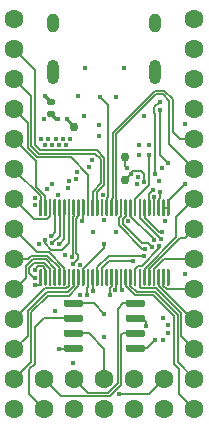
<source format=gbr>
G04 #@! TF.GenerationSoftware,KiCad,Pcbnew,5.1.9-1.fc33*
G04 #@! TF.CreationDate,2021-01-13T22:30:59+01:00*
G04 #@! TF.ProjectId,reDIP-SID,72654449-502d-4534-9944-2e6b69636164,0.1*
G04 #@! TF.SameCoordinates,PX5e28010PY8011a50*
G04 #@! TF.FileFunction,Copper,L6,Bot*
G04 #@! TF.FilePolarity,Positive*
%FSLAX46Y46*%
G04 Gerber Fmt 4.6, Leading zero omitted, Abs format (unit mm)*
G04 Created by KiCad (PCBNEW 5.1.9-1.fc33) date 2021-01-13 22:30:59*
%MOMM*%
%LPD*%
G01*
G04 APERTURE LIST*
G04 #@! TA.AperFunction,ComponentPad*
%ADD10O,1.000000X2.100000*%
G04 #@! TD*
G04 #@! TA.AperFunction,ComponentPad*
%ADD11O,1.000000X1.600000*%
G04 #@! TD*
G04 #@! TA.AperFunction,ComponentPad*
%ADD12C,1.600000*%
G04 #@! TD*
G04 #@! TA.AperFunction,SMDPad,CuDef*
%ADD13C,0.750000*%
G04 #@! TD*
G04 #@! TA.AperFunction,ViaPad*
%ADD14C,0.450000*%
G04 #@! TD*
G04 #@! TA.AperFunction,Conductor*
%ADD15C,0.150000*%
G04 #@! TD*
G04 #@! TA.AperFunction,Conductor*
%ADD16C,0.200000*%
G04 #@! TD*
G04 #@! TA.AperFunction,Conductor*
%ADD17C,0.250000*%
G04 #@! TD*
G04 APERTURE END LIST*
D10*
X4570000Y29790000D03*
X13210000Y29790000D03*
D11*
X13210000Y33970000D03*
X4570000Y33970000D03*
G04 #@! TA.AperFunction,SMDPad,CuDef*
G36*
G01*
X4185000Y26520000D02*
X4555000Y26520000D01*
G75*
G02*
X4690000Y26385000I0J-135000D01*
G01*
X4690000Y26115000D01*
G75*
G02*
X4555000Y25980000I-135000J0D01*
G01*
X4185000Y25980000D01*
G75*
G02*
X4050000Y26115000I0J135000D01*
G01*
X4050000Y26385000D01*
G75*
G02*
X4185000Y26520000I135000J0D01*
G01*
G37*
G04 #@! TD.AperFunction*
G04 #@! TA.AperFunction,SMDPad,CuDef*
G36*
G01*
X4185000Y27540000D02*
X4555000Y27540000D01*
G75*
G02*
X4690000Y27405000I0J-135000D01*
G01*
X4690000Y27135000D01*
G75*
G02*
X4555000Y27000000I-135000J0D01*
G01*
X4185000Y27000000D01*
G75*
G02*
X4050000Y27135000I0J135000D01*
G01*
X4050000Y27405000D01*
G75*
G02*
X4185000Y27540000I135000J0D01*
G01*
G37*
G04 #@! TD.AperFunction*
G04 #@! TA.AperFunction,SMDPad,CuDef*
G36*
G01*
X3605000Y13082500D02*
X3605000Y11797500D01*
G75*
G02*
X3547500Y11740000I-57500J0D01*
G01*
X3432500Y11740000D01*
G75*
G02*
X3375000Y11797500I0J57500D01*
G01*
X3375000Y13082500D01*
G75*
G02*
X3432500Y13140000I57500J0D01*
G01*
X3547500Y13140000D01*
G75*
G02*
X3605000Y13082500I0J-57500D01*
G01*
G37*
G04 #@! TD.AperFunction*
G04 #@! TA.AperFunction,SMDPad,CuDef*
G36*
G01*
X3605000Y18982500D02*
X3605000Y17697500D01*
G75*
G02*
X3547500Y17640000I-57500J0D01*
G01*
X3432500Y17640000D01*
G75*
G02*
X3375000Y17697500I0J57500D01*
G01*
X3375000Y18982500D01*
G75*
G02*
X3432500Y19040000I57500J0D01*
G01*
X3547500Y19040000D01*
G75*
G02*
X3605000Y18982500I0J-57500D01*
G01*
G37*
G04 #@! TD.AperFunction*
G04 #@! TA.AperFunction,SMDPad,CuDef*
G36*
G01*
X4005000Y13082500D02*
X4005000Y11797500D01*
G75*
G02*
X3947500Y11740000I-57500J0D01*
G01*
X3832500Y11740000D01*
G75*
G02*
X3775000Y11797500I0J57500D01*
G01*
X3775000Y13082500D01*
G75*
G02*
X3832500Y13140000I57500J0D01*
G01*
X3947500Y13140000D01*
G75*
G02*
X4005000Y13082500I0J-57500D01*
G01*
G37*
G04 #@! TD.AperFunction*
G04 #@! TA.AperFunction,SMDPad,CuDef*
G36*
G01*
X4005000Y18982500D02*
X4005000Y17697500D01*
G75*
G02*
X3947500Y17640000I-57500J0D01*
G01*
X3832500Y17640000D01*
G75*
G02*
X3775000Y17697500I0J57500D01*
G01*
X3775000Y18982500D01*
G75*
G02*
X3832500Y19040000I57500J0D01*
G01*
X3947500Y19040000D01*
G75*
G02*
X4005000Y18982500I0J-57500D01*
G01*
G37*
G04 #@! TD.AperFunction*
G04 #@! TA.AperFunction,SMDPad,CuDef*
G36*
G01*
X4405000Y13082500D02*
X4405000Y11797500D01*
G75*
G02*
X4347500Y11740000I-57500J0D01*
G01*
X4232500Y11740000D01*
G75*
G02*
X4175000Y11797500I0J57500D01*
G01*
X4175000Y13082500D01*
G75*
G02*
X4232500Y13140000I57500J0D01*
G01*
X4347500Y13140000D01*
G75*
G02*
X4405000Y13082500I0J-57500D01*
G01*
G37*
G04 #@! TD.AperFunction*
G04 #@! TA.AperFunction,SMDPad,CuDef*
G36*
G01*
X4405000Y18982500D02*
X4405000Y17697500D01*
G75*
G02*
X4347500Y17640000I-57500J0D01*
G01*
X4232500Y17640000D01*
G75*
G02*
X4175000Y17697500I0J57500D01*
G01*
X4175000Y18982500D01*
G75*
G02*
X4232500Y19040000I57500J0D01*
G01*
X4347500Y19040000D01*
G75*
G02*
X4405000Y18982500I0J-57500D01*
G01*
G37*
G04 #@! TD.AperFunction*
G04 #@! TA.AperFunction,SMDPad,CuDef*
G36*
G01*
X4805000Y13082500D02*
X4805000Y11797500D01*
G75*
G02*
X4747500Y11740000I-57500J0D01*
G01*
X4632500Y11740000D01*
G75*
G02*
X4575000Y11797500I0J57500D01*
G01*
X4575000Y13082500D01*
G75*
G02*
X4632500Y13140000I57500J0D01*
G01*
X4747500Y13140000D01*
G75*
G02*
X4805000Y13082500I0J-57500D01*
G01*
G37*
G04 #@! TD.AperFunction*
G04 #@! TA.AperFunction,SMDPad,CuDef*
G36*
G01*
X4805000Y18982500D02*
X4805000Y17697500D01*
G75*
G02*
X4747500Y17640000I-57500J0D01*
G01*
X4632500Y17640000D01*
G75*
G02*
X4575000Y17697500I0J57500D01*
G01*
X4575000Y18982500D01*
G75*
G02*
X4632500Y19040000I57500J0D01*
G01*
X4747500Y19040000D01*
G75*
G02*
X4805000Y18982500I0J-57500D01*
G01*
G37*
G04 #@! TD.AperFunction*
G04 #@! TA.AperFunction,SMDPad,CuDef*
G36*
G01*
X5205000Y13082500D02*
X5205000Y11797500D01*
G75*
G02*
X5147500Y11740000I-57500J0D01*
G01*
X5032500Y11740000D01*
G75*
G02*
X4975000Y11797500I0J57500D01*
G01*
X4975000Y13082500D01*
G75*
G02*
X5032500Y13140000I57500J0D01*
G01*
X5147500Y13140000D01*
G75*
G02*
X5205000Y13082500I0J-57500D01*
G01*
G37*
G04 #@! TD.AperFunction*
G04 #@! TA.AperFunction,SMDPad,CuDef*
G36*
G01*
X5205000Y18982500D02*
X5205000Y17697500D01*
G75*
G02*
X5147500Y17640000I-57500J0D01*
G01*
X5032500Y17640000D01*
G75*
G02*
X4975000Y17697500I0J57500D01*
G01*
X4975000Y18982500D01*
G75*
G02*
X5032500Y19040000I57500J0D01*
G01*
X5147500Y19040000D01*
G75*
G02*
X5205000Y18982500I0J-57500D01*
G01*
G37*
G04 #@! TD.AperFunction*
G04 #@! TA.AperFunction,SMDPad,CuDef*
G36*
G01*
X5605000Y13082500D02*
X5605000Y11797500D01*
G75*
G02*
X5547500Y11740000I-57500J0D01*
G01*
X5432500Y11740000D01*
G75*
G02*
X5375000Y11797500I0J57500D01*
G01*
X5375000Y13082500D01*
G75*
G02*
X5432500Y13140000I57500J0D01*
G01*
X5547500Y13140000D01*
G75*
G02*
X5605000Y13082500I0J-57500D01*
G01*
G37*
G04 #@! TD.AperFunction*
G04 #@! TA.AperFunction,SMDPad,CuDef*
G36*
G01*
X5605000Y18982500D02*
X5605000Y17697500D01*
G75*
G02*
X5547500Y17640000I-57500J0D01*
G01*
X5432500Y17640000D01*
G75*
G02*
X5375000Y17697500I0J57500D01*
G01*
X5375000Y18982500D01*
G75*
G02*
X5432500Y19040000I57500J0D01*
G01*
X5547500Y19040000D01*
G75*
G02*
X5605000Y18982500I0J-57500D01*
G01*
G37*
G04 #@! TD.AperFunction*
G04 #@! TA.AperFunction,SMDPad,CuDef*
G36*
G01*
X6005000Y13082500D02*
X6005000Y11797500D01*
G75*
G02*
X5947500Y11740000I-57500J0D01*
G01*
X5832500Y11740000D01*
G75*
G02*
X5775000Y11797500I0J57500D01*
G01*
X5775000Y13082500D01*
G75*
G02*
X5832500Y13140000I57500J0D01*
G01*
X5947500Y13140000D01*
G75*
G02*
X6005000Y13082500I0J-57500D01*
G01*
G37*
G04 #@! TD.AperFunction*
G04 #@! TA.AperFunction,SMDPad,CuDef*
G36*
G01*
X6005000Y18982500D02*
X6005000Y17697500D01*
G75*
G02*
X5947500Y17640000I-57500J0D01*
G01*
X5832500Y17640000D01*
G75*
G02*
X5775000Y17697500I0J57500D01*
G01*
X5775000Y18982500D01*
G75*
G02*
X5832500Y19040000I57500J0D01*
G01*
X5947500Y19040000D01*
G75*
G02*
X6005000Y18982500I0J-57500D01*
G01*
G37*
G04 #@! TD.AperFunction*
G04 #@! TA.AperFunction,SMDPad,CuDef*
G36*
G01*
X6405000Y13082500D02*
X6405000Y11797500D01*
G75*
G02*
X6347500Y11740000I-57500J0D01*
G01*
X6232500Y11740000D01*
G75*
G02*
X6175000Y11797500I0J57500D01*
G01*
X6175000Y13082500D01*
G75*
G02*
X6232500Y13140000I57500J0D01*
G01*
X6347500Y13140000D01*
G75*
G02*
X6405000Y13082500I0J-57500D01*
G01*
G37*
G04 #@! TD.AperFunction*
G04 #@! TA.AperFunction,SMDPad,CuDef*
G36*
G01*
X6405000Y18982500D02*
X6405000Y17697500D01*
G75*
G02*
X6347500Y17640000I-57500J0D01*
G01*
X6232500Y17640000D01*
G75*
G02*
X6175000Y17697500I0J57500D01*
G01*
X6175000Y18982500D01*
G75*
G02*
X6232500Y19040000I57500J0D01*
G01*
X6347500Y19040000D01*
G75*
G02*
X6405000Y18982500I0J-57500D01*
G01*
G37*
G04 #@! TD.AperFunction*
G04 #@! TA.AperFunction,SMDPad,CuDef*
G36*
G01*
X6805000Y13082500D02*
X6805000Y11797500D01*
G75*
G02*
X6747500Y11740000I-57500J0D01*
G01*
X6632500Y11740000D01*
G75*
G02*
X6575000Y11797500I0J57500D01*
G01*
X6575000Y13082500D01*
G75*
G02*
X6632500Y13140000I57500J0D01*
G01*
X6747500Y13140000D01*
G75*
G02*
X6805000Y13082500I0J-57500D01*
G01*
G37*
G04 #@! TD.AperFunction*
G04 #@! TA.AperFunction,SMDPad,CuDef*
G36*
G01*
X6805000Y18982500D02*
X6805000Y17697500D01*
G75*
G02*
X6747500Y17640000I-57500J0D01*
G01*
X6632500Y17640000D01*
G75*
G02*
X6575000Y17697500I0J57500D01*
G01*
X6575000Y18982500D01*
G75*
G02*
X6632500Y19040000I57500J0D01*
G01*
X6747500Y19040000D01*
G75*
G02*
X6805000Y18982500I0J-57500D01*
G01*
G37*
G04 #@! TD.AperFunction*
G04 #@! TA.AperFunction,SMDPad,CuDef*
G36*
G01*
X7205000Y13082500D02*
X7205000Y11797500D01*
G75*
G02*
X7147500Y11740000I-57500J0D01*
G01*
X7032500Y11740000D01*
G75*
G02*
X6975000Y11797500I0J57500D01*
G01*
X6975000Y13082500D01*
G75*
G02*
X7032500Y13140000I57500J0D01*
G01*
X7147500Y13140000D01*
G75*
G02*
X7205000Y13082500I0J-57500D01*
G01*
G37*
G04 #@! TD.AperFunction*
G04 #@! TA.AperFunction,SMDPad,CuDef*
G36*
G01*
X7205000Y18982500D02*
X7205000Y17697500D01*
G75*
G02*
X7147500Y17640000I-57500J0D01*
G01*
X7032500Y17640000D01*
G75*
G02*
X6975000Y17697500I0J57500D01*
G01*
X6975000Y18982500D01*
G75*
G02*
X7032500Y19040000I57500J0D01*
G01*
X7147500Y19040000D01*
G75*
G02*
X7205000Y18982500I0J-57500D01*
G01*
G37*
G04 #@! TD.AperFunction*
G04 #@! TA.AperFunction,SMDPad,CuDef*
G36*
G01*
X7605000Y13082500D02*
X7605000Y11797500D01*
G75*
G02*
X7547500Y11740000I-57500J0D01*
G01*
X7432500Y11740000D01*
G75*
G02*
X7375000Y11797500I0J57500D01*
G01*
X7375000Y13082500D01*
G75*
G02*
X7432500Y13140000I57500J0D01*
G01*
X7547500Y13140000D01*
G75*
G02*
X7605000Y13082500I0J-57500D01*
G01*
G37*
G04 #@! TD.AperFunction*
G04 #@! TA.AperFunction,SMDPad,CuDef*
G36*
G01*
X7605000Y18982500D02*
X7605000Y17697500D01*
G75*
G02*
X7547500Y17640000I-57500J0D01*
G01*
X7432500Y17640000D01*
G75*
G02*
X7375000Y17697500I0J57500D01*
G01*
X7375000Y18982500D01*
G75*
G02*
X7432500Y19040000I57500J0D01*
G01*
X7547500Y19040000D01*
G75*
G02*
X7605000Y18982500I0J-57500D01*
G01*
G37*
G04 #@! TD.AperFunction*
G04 #@! TA.AperFunction,SMDPad,CuDef*
G36*
G01*
X8005000Y13082500D02*
X8005000Y11797500D01*
G75*
G02*
X7947500Y11740000I-57500J0D01*
G01*
X7832500Y11740000D01*
G75*
G02*
X7775000Y11797500I0J57500D01*
G01*
X7775000Y13082500D01*
G75*
G02*
X7832500Y13140000I57500J0D01*
G01*
X7947500Y13140000D01*
G75*
G02*
X8005000Y13082500I0J-57500D01*
G01*
G37*
G04 #@! TD.AperFunction*
G04 #@! TA.AperFunction,SMDPad,CuDef*
G36*
G01*
X8005000Y18982500D02*
X8005000Y17697500D01*
G75*
G02*
X7947500Y17640000I-57500J0D01*
G01*
X7832500Y17640000D01*
G75*
G02*
X7775000Y17697500I0J57500D01*
G01*
X7775000Y18982500D01*
G75*
G02*
X7832500Y19040000I57500J0D01*
G01*
X7947500Y19040000D01*
G75*
G02*
X8005000Y18982500I0J-57500D01*
G01*
G37*
G04 #@! TD.AperFunction*
G04 #@! TA.AperFunction,SMDPad,CuDef*
G36*
G01*
X8405000Y13082500D02*
X8405000Y11797500D01*
G75*
G02*
X8347500Y11740000I-57500J0D01*
G01*
X8232500Y11740000D01*
G75*
G02*
X8175000Y11797500I0J57500D01*
G01*
X8175000Y13082500D01*
G75*
G02*
X8232500Y13140000I57500J0D01*
G01*
X8347500Y13140000D01*
G75*
G02*
X8405000Y13082500I0J-57500D01*
G01*
G37*
G04 #@! TD.AperFunction*
G04 #@! TA.AperFunction,SMDPad,CuDef*
G36*
G01*
X8405000Y18982500D02*
X8405000Y17697500D01*
G75*
G02*
X8347500Y17640000I-57500J0D01*
G01*
X8232500Y17640000D01*
G75*
G02*
X8175000Y17697500I0J57500D01*
G01*
X8175000Y18982500D01*
G75*
G02*
X8232500Y19040000I57500J0D01*
G01*
X8347500Y19040000D01*
G75*
G02*
X8405000Y18982500I0J-57500D01*
G01*
G37*
G04 #@! TD.AperFunction*
G04 #@! TA.AperFunction,SMDPad,CuDef*
G36*
G01*
X8805000Y13082500D02*
X8805000Y11797500D01*
G75*
G02*
X8747500Y11740000I-57500J0D01*
G01*
X8632500Y11740000D01*
G75*
G02*
X8575000Y11797500I0J57500D01*
G01*
X8575000Y13082500D01*
G75*
G02*
X8632500Y13140000I57500J0D01*
G01*
X8747500Y13140000D01*
G75*
G02*
X8805000Y13082500I0J-57500D01*
G01*
G37*
G04 #@! TD.AperFunction*
G04 #@! TA.AperFunction,SMDPad,CuDef*
G36*
G01*
X8805000Y18982500D02*
X8805000Y17697500D01*
G75*
G02*
X8747500Y17640000I-57500J0D01*
G01*
X8632500Y17640000D01*
G75*
G02*
X8575000Y17697500I0J57500D01*
G01*
X8575000Y18982500D01*
G75*
G02*
X8632500Y19040000I57500J0D01*
G01*
X8747500Y19040000D01*
G75*
G02*
X8805000Y18982500I0J-57500D01*
G01*
G37*
G04 #@! TD.AperFunction*
G04 #@! TA.AperFunction,SMDPad,CuDef*
G36*
G01*
X9205000Y13082500D02*
X9205000Y11797500D01*
G75*
G02*
X9147500Y11740000I-57500J0D01*
G01*
X9032500Y11740000D01*
G75*
G02*
X8975000Y11797500I0J57500D01*
G01*
X8975000Y13082500D01*
G75*
G02*
X9032500Y13140000I57500J0D01*
G01*
X9147500Y13140000D01*
G75*
G02*
X9205000Y13082500I0J-57500D01*
G01*
G37*
G04 #@! TD.AperFunction*
G04 #@! TA.AperFunction,SMDPad,CuDef*
G36*
G01*
X9205000Y18982500D02*
X9205000Y17697500D01*
G75*
G02*
X9147500Y17640000I-57500J0D01*
G01*
X9032500Y17640000D01*
G75*
G02*
X8975000Y17697500I0J57500D01*
G01*
X8975000Y18982500D01*
G75*
G02*
X9032500Y19040000I57500J0D01*
G01*
X9147500Y19040000D01*
G75*
G02*
X9205000Y18982500I0J-57500D01*
G01*
G37*
G04 #@! TD.AperFunction*
G04 #@! TA.AperFunction,SMDPad,CuDef*
G36*
G01*
X9605000Y13082500D02*
X9605000Y11797500D01*
G75*
G02*
X9547500Y11740000I-57500J0D01*
G01*
X9432500Y11740000D01*
G75*
G02*
X9375000Y11797500I0J57500D01*
G01*
X9375000Y13082500D01*
G75*
G02*
X9432500Y13140000I57500J0D01*
G01*
X9547500Y13140000D01*
G75*
G02*
X9605000Y13082500I0J-57500D01*
G01*
G37*
G04 #@! TD.AperFunction*
G04 #@! TA.AperFunction,SMDPad,CuDef*
G36*
G01*
X9605000Y18982500D02*
X9605000Y17697500D01*
G75*
G02*
X9547500Y17640000I-57500J0D01*
G01*
X9432500Y17640000D01*
G75*
G02*
X9375000Y17697500I0J57500D01*
G01*
X9375000Y18982500D01*
G75*
G02*
X9432500Y19040000I57500J0D01*
G01*
X9547500Y19040000D01*
G75*
G02*
X9605000Y18982500I0J-57500D01*
G01*
G37*
G04 #@! TD.AperFunction*
G04 #@! TA.AperFunction,SMDPad,CuDef*
G36*
G01*
X10005000Y13082500D02*
X10005000Y11797500D01*
G75*
G02*
X9947500Y11740000I-57500J0D01*
G01*
X9832500Y11740000D01*
G75*
G02*
X9775000Y11797500I0J57500D01*
G01*
X9775000Y13082500D01*
G75*
G02*
X9832500Y13140000I57500J0D01*
G01*
X9947500Y13140000D01*
G75*
G02*
X10005000Y13082500I0J-57500D01*
G01*
G37*
G04 #@! TD.AperFunction*
G04 #@! TA.AperFunction,SMDPad,CuDef*
G36*
G01*
X10005000Y18982500D02*
X10005000Y17697500D01*
G75*
G02*
X9947500Y17640000I-57500J0D01*
G01*
X9832500Y17640000D01*
G75*
G02*
X9775000Y17697500I0J57500D01*
G01*
X9775000Y18982500D01*
G75*
G02*
X9832500Y19040000I57500J0D01*
G01*
X9947500Y19040000D01*
G75*
G02*
X10005000Y18982500I0J-57500D01*
G01*
G37*
G04 #@! TD.AperFunction*
G04 #@! TA.AperFunction,SMDPad,CuDef*
G36*
G01*
X10405000Y13082500D02*
X10405000Y11797500D01*
G75*
G02*
X10347500Y11740000I-57500J0D01*
G01*
X10232500Y11740000D01*
G75*
G02*
X10175000Y11797500I0J57500D01*
G01*
X10175000Y13082500D01*
G75*
G02*
X10232500Y13140000I57500J0D01*
G01*
X10347500Y13140000D01*
G75*
G02*
X10405000Y13082500I0J-57500D01*
G01*
G37*
G04 #@! TD.AperFunction*
G04 #@! TA.AperFunction,SMDPad,CuDef*
G36*
G01*
X10405000Y18982500D02*
X10405000Y17697500D01*
G75*
G02*
X10347500Y17640000I-57500J0D01*
G01*
X10232500Y17640000D01*
G75*
G02*
X10175000Y17697500I0J57500D01*
G01*
X10175000Y18982500D01*
G75*
G02*
X10232500Y19040000I57500J0D01*
G01*
X10347500Y19040000D01*
G75*
G02*
X10405000Y18982500I0J-57500D01*
G01*
G37*
G04 #@! TD.AperFunction*
G04 #@! TA.AperFunction,SMDPad,CuDef*
G36*
G01*
X10805000Y13082500D02*
X10805000Y11797500D01*
G75*
G02*
X10747500Y11740000I-57500J0D01*
G01*
X10632500Y11740000D01*
G75*
G02*
X10575000Y11797500I0J57500D01*
G01*
X10575000Y13082500D01*
G75*
G02*
X10632500Y13140000I57500J0D01*
G01*
X10747500Y13140000D01*
G75*
G02*
X10805000Y13082500I0J-57500D01*
G01*
G37*
G04 #@! TD.AperFunction*
G04 #@! TA.AperFunction,SMDPad,CuDef*
G36*
G01*
X10805000Y18982500D02*
X10805000Y17697500D01*
G75*
G02*
X10747500Y17640000I-57500J0D01*
G01*
X10632500Y17640000D01*
G75*
G02*
X10575000Y17697500I0J57500D01*
G01*
X10575000Y18982500D01*
G75*
G02*
X10632500Y19040000I57500J0D01*
G01*
X10747500Y19040000D01*
G75*
G02*
X10805000Y18982500I0J-57500D01*
G01*
G37*
G04 #@! TD.AperFunction*
G04 #@! TA.AperFunction,SMDPad,CuDef*
G36*
G01*
X11205000Y13082500D02*
X11205000Y11797500D01*
G75*
G02*
X11147500Y11740000I-57500J0D01*
G01*
X11032500Y11740000D01*
G75*
G02*
X10975000Y11797500I0J57500D01*
G01*
X10975000Y13082500D01*
G75*
G02*
X11032500Y13140000I57500J0D01*
G01*
X11147500Y13140000D01*
G75*
G02*
X11205000Y13082500I0J-57500D01*
G01*
G37*
G04 #@! TD.AperFunction*
G04 #@! TA.AperFunction,SMDPad,CuDef*
G36*
G01*
X11205000Y18982500D02*
X11205000Y17697500D01*
G75*
G02*
X11147500Y17640000I-57500J0D01*
G01*
X11032500Y17640000D01*
G75*
G02*
X10975000Y17697500I0J57500D01*
G01*
X10975000Y18982500D01*
G75*
G02*
X11032500Y19040000I57500J0D01*
G01*
X11147500Y19040000D01*
G75*
G02*
X11205000Y18982500I0J-57500D01*
G01*
G37*
G04 #@! TD.AperFunction*
G04 #@! TA.AperFunction,SMDPad,CuDef*
G36*
G01*
X11605000Y13082500D02*
X11605000Y11797500D01*
G75*
G02*
X11547500Y11740000I-57500J0D01*
G01*
X11432500Y11740000D01*
G75*
G02*
X11375000Y11797500I0J57500D01*
G01*
X11375000Y13082500D01*
G75*
G02*
X11432500Y13140000I57500J0D01*
G01*
X11547500Y13140000D01*
G75*
G02*
X11605000Y13082500I0J-57500D01*
G01*
G37*
G04 #@! TD.AperFunction*
G04 #@! TA.AperFunction,SMDPad,CuDef*
G36*
G01*
X11605000Y18982500D02*
X11605000Y17697500D01*
G75*
G02*
X11547500Y17640000I-57500J0D01*
G01*
X11432500Y17640000D01*
G75*
G02*
X11375000Y17697500I0J57500D01*
G01*
X11375000Y18982500D01*
G75*
G02*
X11432500Y19040000I57500J0D01*
G01*
X11547500Y19040000D01*
G75*
G02*
X11605000Y18982500I0J-57500D01*
G01*
G37*
G04 #@! TD.AperFunction*
G04 #@! TA.AperFunction,SMDPad,CuDef*
G36*
G01*
X12005000Y13082500D02*
X12005000Y11797500D01*
G75*
G02*
X11947500Y11740000I-57500J0D01*
G01*
X11832500Y11740000D01*
G75*
G02*
X11775000Y11797500I0J57500D01*
G01*
X11775000Y13082500D01*
G75*
G02*
X11832500Y13140000I57500J0D01*
G01*
X11947500Y13140000D01*
G75*
G02*
X12005000Y13082500I0J-57500D01*
G01*
G37*
G04 #@! TD.AperFunction*
G04 #@! TA.AperFunction,SMDPad,CuDef*
G36*
G01*
X12005000Y18982500D02*
X12005000Y17697500D01*
G75*
G02*
X11947500Y17640000I-57500J0D01*
G01*
X11832500Y17640000D01*
G75*
G02*
X11775000Y17697500I0J57500D01*
G01*
X11775000Y18982500D01*
G75*
G02*
X11832500Y19040000I57500J0D01*
G01*
X11947500Y19040000D01*
G75*
G02*
X12005000Y18982500I0J-57500D01*
G01*
G37*
G04 #@! TD.AperFunction*
G04 #@! TA.AperFunction,SMDPad,CuDef*
G36*
G01*
X12405000Y13082500D02*
X12405000Y11797500D01*
G75*
G02*
X12347500Y11740000I-57500J0D01*
G01*
X12232500Y11740000D01*
G75*
G02*
X12175000Y11797500I0J57500D01*
G01*
X12175000Y13082500D01*
G75*
G02*
X12232500Y13140000I57500J0D01*
G01*
X12347500Y13140000D01*
G75*
G02*
X12405000Y13082500I0J-57500D01*
G01*
G37*
G04 #@! TD.AperFunction*
G04 #@! TA.AperFunction,SMDPad,CuDef*
G36*
G01*
X12405000Y18982500D02*
X12405000Y17697500D01*
G75*
G02*
X12347500Y17640000I-57500J0D01*
G01*
X12232500Y17640000D01*
G75*
G02*
X12175000Y17697500I0J57500D01*
G01*
X12175000Y18982500D01*
G75*
G02*
X12232500Y19040000I57500J0D01*
G01*
X12347500Y19040000D01*
G75*
G02*
X12405000Y18982500I0J-57500D01*
G01*
G37*
G04 #@! TD.AperFunction*
G04 #@! TA.AperFunction,SMDPad,CuDef*
G36*
G01*
X12805000Y13082500D02*
X12805000Y11797500D01*
G75*
G02*
X12747500Y11740000I-57500J0D01*
G01*
X12632500Y11740000D01*
G75*
G02*
X12575000Y11797500I0J57500D01*
G01*
X12575000Y13082500D01*
G75*
G02*
X12632500Y13140000I57500J0D01*
G01*
X12747500Y13140000D01*
G75*
G02*
X12805000Y13082500I0J-57500D01*
G01*
G37*
G04 #@! TD.AperFunction*
G04 #@! TA.AperFunction,SMDPad,CuDef*
G36*
G01*
X12805000Y18982500D02*
X12805000Y17697500D01*
G75*
G02*
X12747500Y17640000I-57500J0D01*
G01*
X12632500Y17640000D01*
G75*
G02*
X12575000Y17697500I0J57500D01*
G01*
X12575000Y18982500D01*
G75*
G02*
X12632500Y19040000I57500J0D01*
G01*
X12747500Y19040000D01*
G75*
G02*
X12805000Y18982500I0J-57500D01*
G01*
G37*
G04 #@! TD.AperFunction*
G04 #@! TA.AperFunction,SMDPad,CuDef*
G36*
G01*
X13205000Y13082500D02*
X13205000Y11797500D01*
G75*
G02*
X13147500Y11740000I-57500J0D01*
G01*
X13032500Y11740000D01*
G75*
G02*
X12975000Y11797500I0J57500D01*
G01*
X12975000Y13082500D01*
G75*
G02*
X13032500Y13140000I57500J0D01*
G01*
X13147500Y13140000D01*
G75*
G02*
X13205000Y13082500I0J-57500D01*
G01*
G37*
G04 #@! TD.AperFunction*
G04 #@! TA.AperFunction,SMDPad,CuDef*
G36*
G01*
X13205000Y18982500D02*
X13205000Y17697500D01*
G75*
G02*
X13147500Y17640000I-57500J0D01*
G01*
X13032500Y17640000D01*
G75*
G02*
X12975000Y17697500I0J57500D01*
G01*
X12975000Y18982500D01*
G75*
G02*
X13032500Y19040000I57500J0D01*
G01*
X13147500Y19040000D01*
G75*
G02*
X13205000Y18982500I0J-57500D01*
G01*
G37*
G04 #@! TD.AperFunction*
G04 #@! TA.AperFunction,SMDPad,CuDef*
G36*
G01*
X13605000Y13082500D02*
X13605000Y11797500D01*
G75*
G02*
X13547500Y11740000I-57500J0D01*
G01*
X13432500Y11740000D01*
G75*
G02*
X13375000Y11797500I0J57500D01*
G01*
X13375000Y13082500D01*
G75*
G02*
X13432500Y13140000I57500J0D01*
G01*
X13547500Y13140000D01*
G75*
G02*
X13605000Y13082500I0J-57500D01*
G01*
G37*
G04 #@! TD.AperFunction*
G04 #@! TA.AperFunction,SMDPad,CuDef*
G36*
G01*
X13605000Y18982500D02*
X13605000Y17697500D01*
G75*
G02*
X13547500Y17640000I-57500J0D01*
G01*
X13432500Y17640000D01*
G75*
G02*
X13375000Y17697500I0J57500D01*
G01*
X13375000Y18982500D01*
G75*
G02*
X13432500Y19040000I57500J0D01*
G01*
X13547500Y19040000D01*
G75*
G02*
X13605000Y18982500I0J-57500D01*
G01*
G37*
G04 #@! TD.AperFunction*
G04 #@! TA.AperFunction,SMDPad,CuDef*
G36*
G01*
X14005000Y13082500D02*
X14005000Y11797500D01*
G75*
G02*
X13947500Y11740000I-57500J0D01*
G01*
X13832500Y11740000D01*
G75*
G02*
X13775000Y11797500I0J57500D01*
G01*
X13775000Y13082500D01*
G75*
G02*
X13832500Y13140000I57500J0D01*
G01*
X13947500Y13140000D01*
G75*
G02*
X14005000Y13082500I0J-57500D01*
G01*
G37*
G04 #@! TD.AperFunction*
G04 #@! TA.AperFunction,SMDPad,CuDef*
G36*
G01*
X14005000Y18982500D02*
X14005000Y17697500D01*
G75*
G02*
X13947500Y17640000I-57500J0D01*
G01*
X13832500Y17640000D01*
G75*
G02*
X13775000Y17697500I0J57500D01*
G01*
X13775000Y18982500D01*
G75*
G02*
X13832500Y19040000I57500J0D01*
G01*
X13947500Y19040000D01*
G75*
G02*
X14005000Y18982500I0J-57500D01*
G01*
G37*
G04 #@! TD.AperFunction*
G04 #@! TA.AperFunction,SMDPad,CuDef*
G36*
G01*
X14405000Y13082500D02*
X14405000Y11797500D01*
G75*
G02*
X14347500Y11740000I-57500J0D01*
G01*
X14232500Y11740000D01*
G75*
G02*
X14175000Y11797500I0J57500D01*
G01*
X14175000Y13082500D01*
G75*
G02*
X14232500Y13140000I57500J0D01*
G01*
X14347500Y13140000D01*
G75*
G02*
X14405000Y13082500I0J-57500D01*
G01*
G37*
G04 #@! TD.AperFunction*
G04 #@! TA.AperFunction,SMDPad,CuDef*
G36*
G01*
X14405000Y18982500D02*
X14405000Y17697500D01*
G75*
G02*
X14347500Y17640000I-57500J0D01*
G01*
X14232500Y17640000D01*
G75*
G02*
X14175000Y17697500I0J57500D01*
G01*
X14175000Y18982500D01*
G75*
G02*
X14232500Y19040000I57500J0D01*
G01*
X14347500Y19040000D01*
G75*
G02*
X14405000Y18982500I0J-57500D01*
G01*
G37*
G04 #@! TD.AperFunction*
D12*
X16510000Y1270000D03*
X16510000Y3810000D03*
X16510000Y6350000D03*
X16510000Y8890000D03*
X16510000Y11430000D03*
X16510000Y13970000D03*
X16510000Y16510000D03*
X16510000Y19050000D03*
X16510000Y21590000D03*
X16510000Y24130000D03*
X3810000Y1270000D03*
X3810000Y3810000D03*
X6350000Y1270000D03*
X6350000Y3810000D03*
X8890000Y1270000D03*
X8890000Y3810000D03*
X11430000Y1270000D03*
X11430000Y3810000D03*
X13970000Y1270000D03*
X13970000Y3810000D03*
X1270000Y1270000D03*
X1270000Y3810000D03*
X1270000Y6350000D03*
X1270000Y8890000D03*
X1270000Y11430000D03*
X1270000Y13970000D03*
X1270000Y16510000D03*
X1270000Y19050000D03*
X1270000Y21590000D03*
X1270000Y24130000D03*
G04 #@! TA.AperFunction,SMDPad,CuDef*
G36*
G01*
X10690000Y6305000D02*
X10690000Y6605000D01*
G75*
G02*
X10840000Y6755000I150000J0D01*
G01*
X12190000Y6755000D01*
G75*
G02*
X12340000Y6605000I0J-150000D01*
G01*
X12340000Y6305000D01*
G75*
G02*
X12190000Y6155000I-150000J0D01*
G01*
X10840000Y6155000D01*
G75*
G02*
X10690000Y6305000I0J150000D01*
G01*
G37*
G04 #@! TD.AperFunction*
G04 #@! TA.AperFunction,SMDPad,CuDef*
G36*
G01*
X10690000Y7575000D02*
X10690000Y7875000D01*
G75*
G02*
X10840000Y8025000I150000J0D01*
G01*
X12190000Y8025000D01*
G75*
G02*
X12340000Y7875000I0J-150000D01*
G01*
X12340000Y7575000D01*
G75*
G02*
X12190000Y7425000I-150000J0D01*
G01*
X10840000Y7425000D01*
G75*
G02*
X10690000Y7575000I0J150000D01*
G01*
G37*
G04 #@! TD.AperFunction*
G04 #@! TA.AperFunction,SMDPad,CuDef*
G36*
G01*
X10690000Y8845000D02*
X10690000Y9145000D01*
G75*
G02*
X10840000Y9295000I150000J0D01*
G01*
X12190000Y9295000D01*
G75*
G02*
X12340000Y9145000I0J-150000D01*
G01*
X12340000Y8845000D01*
G75*
G02*
X12190000Y8695000I-150000J0D01*
G01*
X10840000Y8695000D01*
G75*
G02*
X10690000Y8845000I0J150000D01*
G01*
G37*
G04 #@! TD.AperFunction*
G04 #@! TA.AperFunction,SMDPad,CuDef*
G36*
G01*
X10690000Y10115000D02*
X10690000Y10415000D01*
G75*
G02*
X10840000Y10565000I150000J0D01*
G01*
X12190000Y10565000D01*
G75*
G02*
X12340000Y10415000I0J-150000D01*
G01*
X12340000Y10115000D01*
G75*
G02*
X12190000Y9965000I-150000J0D01*
G01*
X10840000Y9965000D01*
G75*
G02*
X10690000Y10115000I0J150000D01*
G01*
G37*
G04 #@! TD.AperFunction*
G04 #@! TA.AperFunction,SMDPad,CuDef*
G36*
G01*
X5440000Y10115000D02*
X5440000Y10415000D01*
G75*
G02*
X5590000Y10565000I150000J0D01*
G01*
X6940000Y10565000D01*
G75*
G02*
X7090000Y10415000I0J-150000D01*
G01*
X7090000Y10115000D01*
G75*
G02*
X6940000Y9965000I-150000J0D01*
G01*
X5590000Y9965000D01*
G75*
G02*
X5440000Y10115000I0J150000D01*
G01*
G37*
G04 #@! TD.AperFunction*
G04 #@! TA.AperFunction,SMDPad,CuDef*
G36*
G01*
X5440000Y8845000D02*
X5440000Y9145000D01*
G75*
G02*
X5590000Y9295000I150000J0D01*
G01*
X6940000Y9295000D01*
G75*
G02*
X7090000Y9145000I0J-150000D01*
G01*
X7090000Y8845000D01*
G75*
G02*
X6940000Y8695000I-150000J0D01*
G01*
X5590000Y8695000D01*
G75*
G02*
X5440000Y8845000I0J150000D01*
G01*
G37*
G04 #@! TD.AperFunction*
G04 #@! TA.AperFunction,SMDPad,CuDef*
G36*
G01*
X5440000Y7575000D02*
X5440000Y7875000D01*
G75*
G02*
X5590000Y8025000I150000J0D01*
G01*
X6940000Y8025000D01*
G75*
G02*
X7090000Y7875000I0J-150000D01*
G01*
X7090000Y7575000D01*
G75*
G02*
X6940000Y7425000I-150000J0D01*
G01*
X5590000Y7425000D01*
G75*
G02*
X5440000Y7575000I0J150000D01*
G01*
G37*
G04 #@! TD.AperFunction*
G04 #@! TA.AperFunction,SMDPad,CuDef*
G36*
G01*
X5440000Y6305000D02*
X5440000Y6605000D01*
G75*
G02*
X5590000Y6755000I150000J0D01*
G01*
X6940000Y6755000D01*
G75*
G02*
X7090000Y6605000I0J-150000D01*
G01*
X7090000Y6305000D01*
G75*
G02*
X6940000Y6155000I-150000J0D01*
G01*
X5590000Y6155000D01*
G75*
G02*
X5440000Y6305000I0J150000D01*
G01*
G37*
G04 #@! TD.AperFunction*
X16510000Y26670000D03*
X16510000Y29210000D03*
X16510000Y31750000D03*
X16510000Y34290000D03*
X1270000Y26670000D03*
X1270000Y29210000D03*
X1270000Y31750000D03*
X1270000Y34290000D03*
D13*
X10590000Y22670000D03*
X10590000Y20670000D03*
X6320000Y25200000D03*
D14*
X8890000Y7360000D03*
X7200000Y26120000D03*
X8890000Y9360000D03*
X12700000Y23670000D03*
X11850000Y22830000D03*
X12700000Y22830000D03*
X11850000Y23680000D03*
X9890000Y16300000D03*
X10900000Y17180000D03*
X8890000Y15290000D03*
X7900000Y16300000D03*
X7000000Y17180000D03*
X6260000Y5180000D03*
X15740000Y25400000D03*
X8740000Y19450000D03*
X3380000Y15240000D03*
X13550000Y15100000D03*
X15740000Y20320000D03*
X8890000Y17280000D03*
X2980000Y18570000D03*
X8460000Y25370000D03*
X4440000Y20340000D03*
X9900000Y27680000D03*
X13810000Y7130000D03*
X6680000Y27760000D03*
X13810000Y9030000D03*
X5350000Y24190000D03*
X4750000Y24190000D03*
X4150000Y24190000D03*
X3550000Y24190000D03*
X3850000Y23670000D03*
X4450000Y23670000D03*
X5050000Y23670000D03*
X5650000Y23670000D03*
X5950000Y24190000D03*
X3880000Y27770000D03*
X3750000Y25830000D03*
X4740000Y9620000D03*
X13170000Y7130000D03*
X12230000Y26130000D03*
X6830000Y13520000D03*
X13780000Y21740000D03*
X14000000Y17220000D03*
X3990000Y19890000D03*
X2980000Y19170000D03*
X13490000Y20630000D03*
X5550000Y14300000D03*
X5680000Y25840000D03*
X8490000Y27730000D03*
X10560000Y30170000D03*
X7220000Y30170000D03*
X11760000Y20970000D03*
X11640000Y20380000D03*
X9810000Y11350000D03*
X10410000Y11350000D03*
X12230000Y14290000D03*
X7410000Y10960000D03*
X2970000Y13030000D03*
X13570000Y19630000D03*
X13090000Y19270000D03*
X13060000Y15590000D03*
X12940000Y15000000D03*
X12350000Y14880000D03*
X6230000Y13580000D03*
X6140000Y14180000D03*
X2970000Y11810000D03*
X3840000Y15640000D03*
X4370000Y15940000D03*
X4480000Y15340000D03*
X5080000Y15240000D03*
X2970000Y12420000D03*
X13650000Y15700000D03*
X13760000Y16290000D03*
X13020000Y19870000D03*
X7890000Y11330000D03*
X4920000Y25850000D03*
X11290000Y13820000D03*
X5070000Y6410000D03*
X4990000Y19420000D03*
X5790000Y20030000D03*
X5890000Y20640000D03*
X7550000Y21800000D03*
X6490000Y20740000D03*
X12410000Y8360000D03*
X7850000Y22400000D03*
X14280000Y22090000D03*
X13560000Y26600000D03*
X6810000Y10950000D03*
X6590000Y21340000D03*
X10160000Y2540000D03*
X9350000Y10960000D03*
X13560000Y27300000D03*
X13210000Y21170000D03*
X8460000Y24430000D03*
X15740000Y12700000D03*
X14310000Y8430000D03*
X12230000Y20530000D03*
X11140000Y21210000D03*
X14310000Y7730000D03*
X10780000Y21690000D03*
D15*
X14290000Y18300000D02*
X13890000Y18300000D01*
X8890000Y14939532D02*
X8890000Y15290000D01*
X7090000Y13139532D02*
X8890000Y14939532D01*
X7090000Y12440000D02*
X7090000Y13139532D01*
D16*
X7090000Y17270000D02*
X7000000Y17180000D01*
X7090000Y18340000D02*
X7090000Y17270000D01*
X11490000Y19074886D02*
X11490000Y18340000D01*
X12705001Y22824999D02*
X12700000Y22830000D01*
X12705001Y20289887D02*
X12705001Y22824999D01*
X11490000Y19074886D02*
X12705001Y20289887D01*
D15*
X14290000Y18870000D02*
X15740000Y20320000D01*
X14290000Y18340000D02*
X14290000Y18870000D01*
D16*
X7985000Y10265000D02*
X8890000Y9360000D01*
X6265000Y10265000D02*
X7985000Y10265000D01*
X13550000Y14907720D02*
X13550000Y15100000D01*
X12032289Y13390010D02*
X13550000Y14907720D01*
X11705124Y13390010D02*
X12032289Y13390010D01*
X11490000Y13174886D02*
X11705124Y13390010D01*
X11490000Y12440000D02*
X11490000Y13174886D01*
D17*
X4370000Y27280000D02*
X3880000Y27770000D01*
X4370000Y27270000D02*
X4370000Y27280000D01*
D16*
X12495000Y6455000D02*
X13170000Y7130000D01*
X11515000Y6455000D02*
X12495000Y6455000D01*
D17*
X5680000Y25840000D02*
X6320000Y25200000D01*
D16*
X9090000Y18340000D02*
X9090000Y19123443D01*
X8490000Y27730000D02*
X9215001Y27004999D01*
X9215001Y19248444D02*
X9090000Y19123443D01*
X9215001Y27004999D02*
X9215001Y19248444D01*
D15*
X15320000Y24130000D02*
X16510000Y24130000D01*
X14690010Y24759990D02*
X15320000Y24130000D01*
X14690010Y27534268D02*
X14690010Y24759990D01*
X13964269Y28260009D02*
X14690010Y27534268D01*
X13149730Y28260010D02*
X13964269Y28260009D01*
X9589990Y24700270D02*
X13149730Y28260010D01*
X9589990Y19163800D02*
X9589990Y24700270D01*
X9490000Y19063810D02*
X9589990Y19163800D01*
X9490000Y18340000D02*
X9490000Y19063810D01*
X14390000Y23710000D02*
X16510000Y21590000D01*
X14390000Y27410000D02*
X14390000Y23710000D01*
X13840000Y27960000D02*
X14390000Y27410000D01*
X13273998Y27960000D02*
X13840000Y27960000D01*
X9890000Y24576002D02*
X13273998Y27960000D01*
X9890000Y18340000D02*
X9890000Y24576002D01*
X2710010Y27769990D02*
X1270000Y29210000D01*
X2710010Y23538546D02*
X2710010Y27769990D01*
X3338566Y22909990D02*
X2710010Y23538546D01*
X8130010Y22909990D02*
X3338566Y22909990D01*
X8589981Y22450019D02*
X8130010Y22909990D01*
X8589981Y20408539D02*
X8589981Y22450019D01*
X7890000Y19708558D02*
X8589981Y20408539D01*
X7890000Y18340000D02*
X7890000Y19708558D01*
X2410000Y25530000D02*
X1270000Y26670000D01*
X2410000Y23414278D02*
X2410000Y25530000D01*
X3214298Y22609980D02*
X2410000Y23414278D01*
X6020020Y22609980D02*
X3214298Y22609980D01*
X7490000Y21140000D02*
X6020020Y22609980D01*
X7490000Y18340000D02*
X7490000Y21140000D01*
X3115000Y22285000D02*
X1270000Y24130000D01*
X3115000Y20098998D02*
X3115000Y22285000D01*
X3890000Y19323998D02*
X3115000Y20098998D01*
X3890000Y18340000D02*
X3890000Y19323998D01*
X14200468Y11430000D02*
X16510000Y11430000D01*
X13890000Y11740468D02*
X14200468Y11430000D01*
X13890000Y12440000D02*
X13890000Y11740468D01*
X13490000Y11716190D02*
X13490000Y12440000D01*
X16316190Y8890000D02*
X13490000Y11716190D01*
X16510000Y8890000D02*
X16316190Y8890000D01*
X15380000Y7480000D02*
X16510000Y6350000D01*
X11890000Y11610000D02*
X11985010Y11514990D01*
X11890000Y12440000D02*
X11890000Y11610000D01*
X15380000Y9401912D02*
X15380000Y7480000D01*
X13266922Y11514990D02*
X15380000Y9401912D01*
X11985010Y11514990D02*
X13266922Y11514990D01*
X11090000Y11740468D02*
X11090000Y12440000D01*
X11615488Y11214980D02*
X11090000Y11740468D01*
X13142654Y11214980D02*
X11615488Y11214980D01*
X15079990Y9277644D02*
X13142654Y11214980D01*
X15079991Y5240009D02*
X15079990Y9277644D01*
X16510000Y3810000D02*
X15079991Y5240009D01*
X14779982Y9153374D02*
X13018386Y10914970D01*
X13018386Y10914970D02*
X11491220Y10914970D01*
X14779982Y5115740D02*
X14779982Y9153374D01*
X10690000Y11716190D02*
X10690000Y12440000D01*
X15237861Y4657861D02*
X14779982Y5115740D01*
X11491220Y10914970D02*
X10690000Y11716190D01*
X15237861Y2542139D02*
X15237861Y4657861D01*
X16510000Y1270000D02*
X15237861Y2542139D01*
X2700000Y5240000D02*
X1270000Y3810000D01*
X2700000Y9471444D02*
X2700000Y5240000D01*
X4128536Y10899980D02*
X2700000Y9471444D01*
X5898068Y10899980D02*
X4128536Y10899980D01*
X6690000Y11691912D02*
X5898068Y10899980D01*
X6690000Y12440000D02*
X6690000Y11691912D01*
X2400000Y9595722D02*
X2400000Y7480000D01*
X4019258Y11214980D02*
X2400000Y9595722D01*
X5788790Y11214980D02*
X4019258Y11214980D01*
X6290000Y11716190D02*
X5788790Y11214980D01*
X6290000Y12440000D02*
X6290000Y11716190D01*
X1270000Y6350000D02*
X2400000Y7480000D01*
X1270000Y21519720D02*
X1270000Y21590000D01*
X3490000Y19299720D02*
X1270000Y21519720D01*
X3490000Y18340000D02*
X3490000Y19299720D01*
X5890000Y11740468D02*
X5664522Y11514990D01*
X5890000Y12440000D02*
X5890000Y11740468D01*
X5664522Y11514990D02*
X3894990Y11514990D01*
X3894990Y11514990D02*
X1270000Y8890000D01*
X2219989Y12379989D02*
X1270000Y11430000D01*
X2219989Y13370269D02*
X2219989Y12379989D01*
X2814749Y13965029D02*
X2219989Y13370269D01*
X3913058Y13965030D02*
X2814749Y13965029D01*
X4690000Y13188088D02*
X3913058Y13965030D01*
X4690000Y12440000D02*
X4690000Y13188088D01*
X1274970Y13965030D02*
X1270000Y13970000D01*
X4037325Y14265039D02*
X2690480Y14265038D01*
X2690480Y14265038D02*
X2395442Y13970000D01*
X5090000Y13212366D02*
X4037325Y14265039D01*
X5090000Y12440000D02*
X5090000Y13212366D01*
X2395442Y13970000D02*
X1270000Y13970000D01*
X5490000Y13239720D02*
X4164670Y14565050D01*
X5490000Y12440000D02*
X5490000Y13239720D01*
X3214950Y14565050D02*
X1270000Y16510000D01*
X4164670Y14565050D02*
X3214950Y14565050D01*
X2905010Y17414990D02*
X1270000Y19050000D01*
X4064522Y17414990D02*
X2905010Y17414990D01*
X4290000Y17640468D02*
X4064522Y17414990D01*
X4290000Y18340000D02*
X4290000Y17640468D01*
X14980000Y17520000D02*
X16510000Y19050000D01*
X14980000Y15878088D02*
X14980000Y17520000D01*
X12290000Y13188088D02*
X14980000Y15878088D01*
X12290000Y12440000D02*
X12290000Y13188088D01*
X15753820Y15753820D02*
X16510000Y16510000D01*
X15280010Y15753820D02*
X15753820Y15753820D01*
X12690000Y13163810D02*
X15280010Y15753820D01*
X12690000Y12440000D02*
X12690000Y13163810D01*
X13090000Y13139532D02*
X13920468Y13970000D01*
X13090000Y12440000D02*
X13090000Y13139532D01*
X13920468Y13970000D02*
X16510000Y13970000D01*
X9890000Y11430000D02*
X9810000Y11350000D01*
X9890000Y12440000D02*
X9890000Y11430000D01*
X10290000Y11470000D02*
X10410000Y11350000D01*
X10290000Y12440000D02*
X10290000Y11470000D01*
X8290000Y13284278D02*
X8290000Y12440000D01*
X9295722Y14290000D02*
X12230000Y14290000D01*
X8290000Y13284278D02*
X9295722Y14290000D01*
X7410000Y10960000D02*
X7410000Y11516002D01*
X7490000Y11596002D02*
X7490000Y12440000D01*
X7410000Y11516002D02*
X7490000Y11596002D01*
X3890000Y13139532D02*
X3890000Y12440000D01*
X3664522Y13365010D02*
X3890000Y13139532D01*
X3305010Y13365010D02*
X3664522Y13365010D01*
X2970000Y13030000D02*
X3305010Y13365010D01*
X13490000Y19039532D02*
X13600000Y19149532D01*
X13490000Y18340000D02*
X13490000Y19039532D01*
X13600000Y19600000D02*
X13570000Y19630000D01*
X13600000Y19149532D02*
X13600000Y19600000D01*
X13090000Y18340000D02*
X13090000Y19270000D01*
X13060000Y15670468D02*
X13060000Y15590000D01*
X11090000Y17640468D02*
X13060000Y15670468D01*
X11090000Y18340000D02*
X11090000Y17640468D01*
X10449999Y16963999D02*
X12078998Y15335000D01*
X10450000Y17376190D02*
X10449999Y16963999D01*
X10690000Y17616190D02*
X10450000Y17376190D01*
X10690000Y18340000D02*
X10690000Y17616190D01*
X12605000Y15335000D02*
X12940000Y15000000D01*
X12078998Y15335000D02*
X12605000Y15335000D01*
X10149990Y16839730D02*
X12109720Y14880000D01*
X10149991Y17500457D02*
X10149990Y16839730D01*
X10290000Y17640468D02*
X10149991Y17500457D01*
X10290000Y18340000D02*
X10290000Y17640468D01*
X12109720Y14880000D02*
X12350000Y14880000D01*
X6630000Y13980000D02*
X6230000Y13580000D01*
X6630000Y14356002D02*
X6630000Y13980000D01*
X6490020Y14495982D02*
X6630000Y14356002D01*
X6490020Y17405742D02*
X6490020Y14495982D01*
X6690000Y17605722D02*
X6490020Y17405742D01*
X6690000Y18340000D02*
X6690000Y17605722D01*
X6190000Y14210000D02*
X6260000Y14280000D01*
X6190010Y17530010D02*
X6190010Y14230010D01*
X6190010Y14230010D02*
X6140000Y14180000D01*
X6290000Y17630000D02*
X6190010Y17530010D01*
X6290000Y18340000D02*
X6290000Y17630000D01*
X3490000Y12440000D02*
X3490000Y11810000D01*
X3490000Y11810000D02*
X2970000Y11810000D01*
X5890000Y15383998D02*
X5890000Y18340000D01*
X5296001Y14789999D02*
X5890000Y15383998D01*
X4363999Y14789999D02*
X5296001Y14789999D01*
X3840000Y15313998D02*
X4363999Y14789999D01*
X3840000Y15640000D02*
X3840000Y15313998D01*
X4690000Y16260000D02*
X4690000Y18300000D01*
X4410000Y15980000D02*
X4690000Y16260000D01*
X5090000Y15950000D02*
X5090000Y18300000D01*
X4480000Y15340000D02*
X5090000Y15950000D01*
X5490000Y15650000D02*
X5490000Y18300000D01*
X5110000Y15270000D02*
X5490000Y15650000D01*
X4290000Y13163810D02*
X3788790Y13665020D01*
X4290000Y12440000D02*
X4290000Y13163810D01*
X2939018Y13665020D02*
X2519999Y13246001D01*
X3788790Y13665020D02*
X2939018Y13665020D01*
X2913998Y12420000D02*
X2970000Y12420000D01*
X2519999Y12813999D02*
X2913998Y12420000D01*
X2519999Y13246001D02*
X2519999Y12813999D01*
X11890000Y18300000D02*
X11890000Y17460000D01*
X13650000Y15700000D02*
X11890000Y17460000D01*
X12290000Y17484278D02*
X13484278Y16290000D01*
X13484278Y16290000D02*
X13760000Y16290000D01*
X12290000Y18300000D02*
X12290000Y17484278D01*
X12639999Y19489999D02*
X13020000Y19870000D01*
X12639999Y19053999D02*
X12639999Y19489999D01*
X12690000Y19003998D02*
X12639999Y19053999D01*
X12690000Y18340000D02*
X12690000Y19003998D01*
D16*
X7890000Y12440000D02*
X7890000Y11330000D01*
D17*
X4920000Y25850000D02*
X4770000Y25850000D01*
X4770000Y25850000D02*
X4370000Y26250000D01*
D15*
X8290000Y18300000D02*
X8290000Y18850000D01*
X3010020Y23662814D02*
X3010020Y30009980D01*
X3462834Y23210000D02*
X3010020Y23662814D01*
X8260000Y23210000D02*
X3462834Y23210000D01*
X8889991Y22580009D02*
X8260000Y23210000D01*
X3010020Y30009980D02*
X1270000Y31750000D01*
X8889991Y20284271D02*
X8889991Y22580009D01*
X8290000Y19684280D02*
X8889991Y20284271D01*
X8290000Y18340000D02*
X8290000Y19684280D01*
X8690000Y13260000D02*
X9250000Y13820000D01*
X9250000Y13820000D02*
X11290000Y13820000D01*
X8690000Y12400000D02*
X8690000Y13260000D01*
X6260000Y6410000D02*
X6265000Y6405000D01*
X5090000Y6410000D02*
X6260000Y6410000D01*
X10495000Y7715000D02*
X11515000Y7715000D01*
X10310009Y3335731D02*
X10310009Y7530009D01*
X9344268Y2369990D02*
X10310009Y3335731D01*
X10310009Y7530009D02*
X10495000Y7715000D01*
X5250010Y2369990D02*
X9344268Y2369990D01*
X3810000Y3810000D02*
X5250010Y2369990D01*
X2540000Y2540000D02*
X3810000Y1270000D01*
X2540000Y4655722D02*
X2540000Y2540000D01*
X3000009Y5115731D02*
X2540000Y4655722D01*
X3000010Y8210010D02*
X3000009Y5115731D01*
X3775000Y8985000D02*
X3000010Y8210010D01*
X6265000Y8985000D02*
X3775000Y8985000D01*
X9220000Y2670000D02*
X7490000Y2670000D01*
X7490000Y2670000D02*
X6350000Y3810000D01*
X10009999Y9769999D02*
X10010000Y3460000D01*
X10010000Y3460000D02*
X9220000Y2670000D01*
X10495000Y10255000D02*
X10009999Y9769999D01*
X11515000Y10255000D02*
X10495000Y10255000D01*
X8890000Y6410000D02*
X8890000Y3810000D01*
X7585000Y7715000D02*
X8890000Y6410000D01*
X6265000Y7715000D02*
X7585000Y7715000D01*
X12410000Y8360000D02*
X12410000Y8630000D01*
X12045000Y8995000D02*
X11515000Y8995000D01*
X12410000Y8630000D02*
X12045000Y8995000D01*
X13560000Y22810000D02*
X14280000Y22090000D01*
X13560000Y26600000D02*
X13560000Y22810000D01*
X12700000Y2540000D02*
X13970000Y3810000D01*
X10160000Y2540000D02*
X12700000Y2540000D01*
D16*
X9490000Y11705114D02*
X9320000Y11535114D01*
X9490000Y12440000D02*
X9490000Y11705114D01*
X9320000Y10990000D02*
X9350000Y10960000D01*
X9320000Y11535114D02*
X9320000Y10990000D01*
D15*
X13210000Y26283998D02*
X13210000Y21170000D01*
X13109999Y26383999D02*
X13210000Y26283998D01*
X13109999Y26849999D02*
X13109999Y26383999D01*
X13560000Y27300000D02*
X13109999Y26849999D01*
X11350001Y21420001D02*
X11140000Y21210000D01*
X11976001Y21420001D02*
X11350001Y21420001D01*
X12230000Y21166002D02*
X11976001Y21420001D01*
X12230000Y20530000D02*
X12230000Y21166002D01*
X11130000Y21210000D02*
X10590000Y20670000D01*
X11140000Y21210000D02*
X11130000Y21210000D01*
X10590000Y21880000D02*
X10780000Y21690000D01*
X10590000Y22670000D02*
X10590000Y21880000D01*
M02*

</source>
